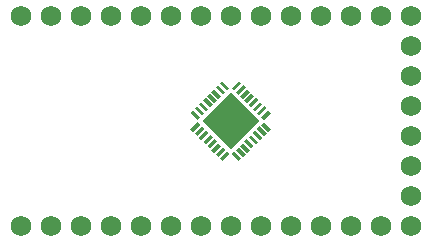
<source format=gts>
G04 (created by PCBNEW (2013-03-04 BZR 3984)-stable) date 10/14/2013 1:37:55 PM*
%MOIN*%
G04 Gerber Fmt 3.4, Leading zero omitted, Abs format*
%FSLAX34Y34*%
G01*
G70*
G90*
G04 APERTURE LIST*
%ADD10C,0*%
%ADD11C,0.0688976*%
G04 APERTURE END LIST*
G54D10*
G54D11*
X54000Y-24500D03*
X53000Y-31500D03*
X54000Y-31500D03*
X55000Y-31500D03*
X56000Y-31500D03*
X57000Y-31500D03*
X57000Y-30500D03*
X57000Y-29500D03*
X57000Y-28500D03*
X57000Y-27500D03*
X57000Y-26500D03*
X57000Y-25500D03*
X57000Y-24500D03*
X56000Y-24500D03*
X55000Y-24500D03*
X52000Y-31500D03*
X53000Y-24500D03*
X52000Y-24500D03*
X51000Y-24500D03*
X50000Y-24500D03*
X49000Y-24500D03*
X48000Y-24500D03*
X47000Y-24500D03*
X46000Y-24500D03*
X45000Y-24500D03*
X44000Y-31500D03*
X44000Y-24500D03*
X51000Y-31500D03*
X50000Y-31500D03*
X49000Y-31500D03*
X48000Y-31500D03*
X47000Y-31500D03*
G54D10*
G36*
X49747Y-28361D02*
X49663Y-28278D01*
X49900Y-28041D01*
X49983Y-28125D01*
X49747Y-28361D01*
X49747Y-28361D01*
G37*
G36*
X49886Y-28501D02*
X49802Y-28417D01*
X50039Y-28180D01*
X50123Y-28264D01*
X49886Y-28501D01*
X49886Y-28501D01*
G37*
G36*
X50025Y-28640D02*
X49942Y-28556D01*
X50178Y-28320D01*
X50262Y-28403D01*
X50025Y-28640D01*
X50025Y-28640D01*
G37*
G36*
X50164Y-28779D02*
X50081Y-28695D01*
X50317Y-28459D01*
X50401Y-28542D01*
X50164Y-28779D01*
X50164Y-28779D01*
G37*
G36*
X50304Y-28918D02*
X50220Y-28835D01*
X50457Y-28598D01*
X50540Y-28682D01*
X50304Y-28918D01*
X50304Y-28918D01*
G37*
G36*
X50443Y-29057D02*
X50359Y-28974D01*
X50596Y-28737D01*
X50679Y-28821D01*
X50443Y-29057D01*
X50443Y-29057D01*
G37*
G36*
X50582Y-29197D02*
X50498Y-29113D01*
X50735Y-28876D01*
X50819Y-28960D01*
X50582Y-29197D01*
X50582Y-29197D01*
G37*
G36*
X50721Y-29336D02*
X50638Y-29252D01*
X50874Y-29016D01*
X50958Y-29099D01*
X50721Y-29336D01*
X50721Y-29336D01*
G37*
G36*
X52099Y-27958D02*
X52016Y-27874D01*
X52252Y-27638D01*
X52336Y-27721D01*
X52099Y-27958D01*
X52099Y-27958D01*
G37*
G36*
X51960Y-27819D02*
X51876Y-27735D01*
X52113Y-27498D01*
X52197Y-27582D01*
X51960Y-27819D01*
X51960Y-27819D01*
G37*
G36*
X51821Y-27679D02*
X51737Y-27596D01*
X51974Y-27359D01*
X52057Y-27443D01*
X51821Y-27679D01*
X51821Y-27679D01*
G37*
G36*
X51682Y-27540D02*
X51598Y-27457D01*
X51835Y-27220D01*
X51918Y-27304D01*
X51682Y-27540D01*
X51682Y-27540D01*
G37*
G36*
X51542Y-27401D02*
X51459Y-27317D01*
X51695Y-27081D01*
X51779Y-27164D01*
X51542Y-27401D01*
X51542Y-27401D01*
G37*
G36*
X51403Y-27262D02*
X51320Y-27178D01*
X51556Y-26942D01*
X51640Y-27025D01*
X51403Y-27262D01*
X51403Y-27262D01*
G37*
G36*
X51264Y-27123D02*
X51180Y-27039D01*
X51417Y-26802D01*
X51501Y-26886D01*
X51264Y-27123D01*
X51264Y-27123D01*
G37*
G36*
X51125Y-26983D02*
X51041Y-26900D01*
X51278Y-26663D01*
X51361Y-26747D01*
X51125Y-26983D01*
X51125Y-26983D01*
G37*
G36*
X51278Y-29336D02*
X51041Y-29099D01*
X51125Y-29016D01*
X51361Y-29252D01*
X51278Y-29336D01*
X51278Y-29336D01*
G37*
G36*
X51417Y-29197D02*
X51180Y-28960D01*
X51264Y-28876D01*
X51501Y-29113D01*
X51417Y-29197D01*
X51417Y-29197D01*
G37*
G36*
X51556Y-29057D02*
X51320Y-28821D01*
X51403Y-28737D01*
X51640Y-28974D01*
X51556Y-29057D01*
X51556Y-29057D01*
G37*
G36*
X51695Y-28918D02*
X51459Y-28682D01*
X51542Y-28598D01*
X51779Y-28835D01*
X51695Y-28918D01*
X51695Y-28918D01*
G37*
G36*
X51835Y-28779D02*
X51598Y-28542D01*
X51682Y-28459D01*
X51918Y-28695D01*
X51835Y-28779D01*
X51835Y-28779D01*
G37*
G36*
X51974Y-28640D02*
X51737Y-28403D01*
X51821Y-28320D01*
X52057Y-28556D01*
X51974Y-28640D01*
X51974Y-28640D01*
G37*
G36*
X52113Y-28501D02*
X51876Y-28264D01*
X51960Y-28180D01*
X52197Y-28417D01*
X52113Y-28501D01*
X52113Y-28501D01*
G37*
G36*
X52252Y-28361D02*
X52016Y-28125D01*
X52099Y-28041D01*
X52336Y-28278D01*
X52252Y-28361D01*
X52252Y-28361D01*
G37*
G36*
X50874Y-26983D02*
X50638Y-26747D01*
X50721Y-26663D01*
X50958Y-26900D01*
X50874Y-26983D01*
X50874Y-26983D01*
G37*
G36*
X50735Y-27123D02*
X50498Y-26886D01*
X50582Y-26802D01*
X50819Y-27039D01*
X50735Y-27123D01*
X50735Y-27123D01*
G37*
G36*
X50596Y-27262D02*
X50359Y-27025D01*
X50443Y-26942D01*
X50679Y-27178D01*
X50596Y-27262D01*
X50596Y-27262D01*
G37*
G36*
X50457Y-27401D02*
X50220Y-27164D01*
X50304Y-27081D01*
X50540Y-27317D01*
X50457Y-27401D01*
X50457Y-27401D01*
G37*
G36*
X50317Y-27540D02*
X50081Y-27304D01*
X50164Y-27220D01*
X50401Y-27457D01*
X50317Y-27540D01*
X50317Y-27540D01*
G37*
G36*
X50178Y-27679D02*
X49942Y-27443D01*
X50025Y-27359D01*
X50262Y-27596D01*
X50178Y-27679D01*
X50178Y-27679D01*
G37*
G36*
X50039Y-27819D02*
X49802Y-27582D01*
X49886Y-27498D01*
X50123Y-27735D01*
X50039Y-27819D01*
X50039Y-27819D01*
G37*
G36*
X49900Y-27958D02*
X49663Y-27721D01*
X49747Y-27638D01*
X49983Y-27874D01*
X49900Y-27958D01*
X49900Y-27958D01*
G37*
G36*
X51000Y-28946D02*
X50053Y-28000D01*
X51000Y-27053D01*
X51946Y-28000D01*
X51000Y-28946D01*
X51000Y-28946D01*
G37*
G54D11*
X45000Y-31500D03*
X46000Y-31500D03*
M02*

</source>
